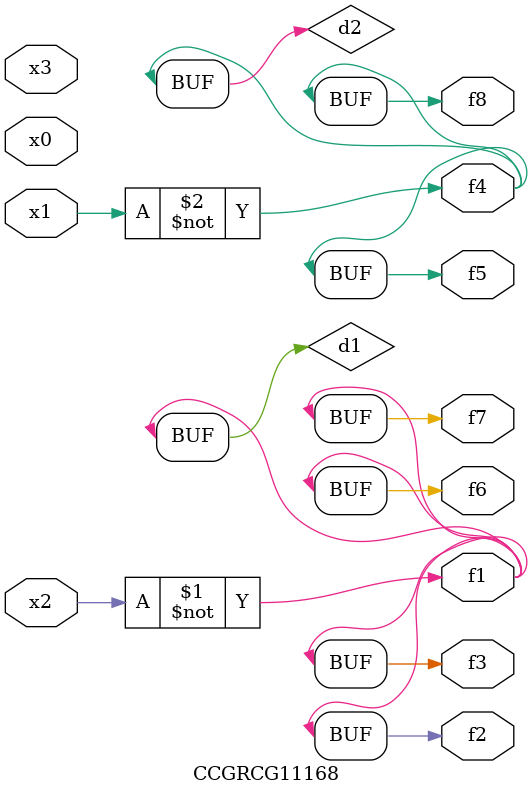
<source format=v>
module CCGRCG11168(
	input x0, x1, x2, x3,
	output f1, f2, f3, f4, f5, f6, f7, f8
);

	wire d1, d2;

	xnor (d1, x2);
	not (d2, x1);
	assign f1 = d1;
	assign f2 = d1;
	assign f3 = d1;
	assign f4 = d2;
	assign f5 = d2;
	assign f6 = d1;
	assign f7 = d1;
	assign f8 = d2;
endmodule

</source>
